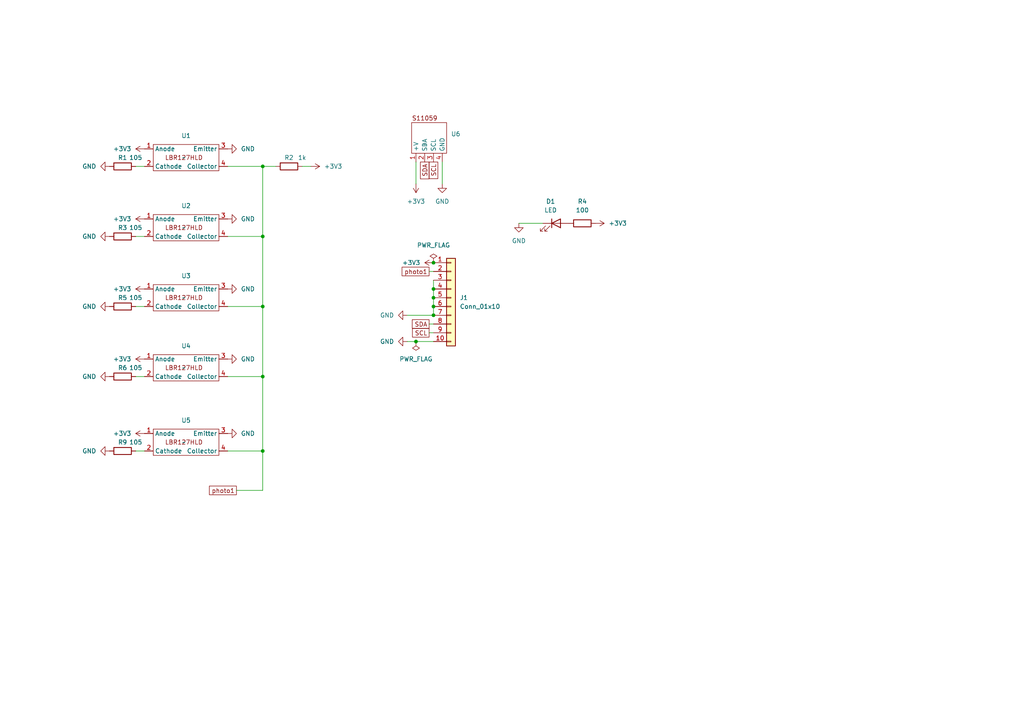
<source format=kicad_sch>
(kicad_sch (version 20230121) (generator eeschema)

  (uuid 543d3245-91c2-446e-ad4e-0da5ad737f87)

  (paper "A4")

  (lib_symbols
    (symbol "Connector_Generic:Conn_01x10" (pin_names (offset 1.016) hide) (in_bom yes) (on_board yes)
      (property "Reference" "J" (at 0 12.7 0)
        (effects (font (size 1.27 1.27)))
      )
      (property "Value" "Conn_01x10" (at 0 -15.24 0)
        (effects (font (size 1.27 1.27)))
      )
      (property "Footprint" "" (at 0 0 0)
        (effects (font (size 1.27 1.27)) hide)
      )
      (property "Datasheet" "~" (at 0 0 0)
        (effects (font (size 1.27 1.27)) hide)
      )
      (property "ki_keywords" "connector" (at 0 0 0)
        (effects (font (size 1.27 1.27)) hide)
      )
      (property "ki_description" "Generic connector, single row, 01x10, script generated (kicad-library-utils/schlib/autogen/connector/)" (at 0 0 0)
        (effects (font (size 1.27 1.27)) hide)
      )
      (property "ki_fp_filters" "Connector*:*_1x??_*" (at 0 0 0)
        (effects (font (size 1.27 1.27)) hide)
      )
      (symbol "Conn_01x10_1_1"
        (rectangle (start -1.27 -12.573) (end 0 -12.827)
          (stroke (width 0.1524) (type default))
          (fill (type none))
        )
        (rectangle (start -1.27 -10.033) (end 0 -10.287)
          (stroke (width 0.1524) (type default))
          (fill (type none))
        )
        (rectangle (start -1.27 -7.493) (end 0 -7.747)
          (stroke (width 0.1524) (type default))
          (fill (type none))
        )
        (rectangle (start -1.27 -4.953) (end 0 -5.207)
          (stroke (width 0.1524) (type default))
          (fill (type none))
        )
        (rectangle (start -1.27 -2.413) (end 0 -2.667)
          (stroke (width 0.1524) (type default))
          (fill (type none))
        )
        (rectangle (start -1.27 0.127) (end 0 -0.127)
          (stroke (width 0.1524) (type default))
          (fill (type none))
        )
        (rectangle (start -1.27 2.667) (end 0 2.413)
          (stroke (width 0.1524) (type default))
          (fill (type none))
        )
        (rectangle (start -1.27 5.207) (end 0 4.953)
          (stroke (width 0.1524) (type default))
          (fill (type none))
        )
        (rectangle (start -1.27 7.747) (end 0 7.493)
          (stroke (width 0.1524) (type default))
          (fill (type none))
        )
        (rectangle (start -1.27 10.287) (end 0 10.033)
          (stroke (width 0.1524) (type default))
          (fill (type none))
        )
        (rectangle (start -1.27 11.43) (end 1.27 -13.97)
          (stroke (width 0.254) (type default))
          (fill (type background))
        )
        (pin passive line (at -5.08 10.16 0) (length 3.81)
          (name "Pin_1" (effects (font (size 1.27 1.27))))
          (number "1" (effects (font (size 1.27 1.27))))
        )
        (pin passive line (at -5.08 -12.7 0) (length 3.81)
          (name "Pin_10" (effects (font (size 1.27 1.27))))
          (number "10" (effects (font (size 1.27 1.27))))
        )
        (pin passive line (at -5.08 7.62 0) (length 3.81)
          (name "Pin_2" (effects (font (size 1.27 1.27))))
          (number "2" (effects (font (size 1.27 1.27))))
        )
        (pin passive line (at -5.08 5.08 0) (length 3.81)
          (name "Pin_3" (effects (font (size 1.27 1.27))))
          (number "3" (effects (font (size 1.27 1.27))))
        )
        (pin passive line (at -5.08 2.54 0) (length 3.81)
          (name "Pin_4" (effects (font (size 1.27 1.27))))
          (number "4" (effects (font (size 1.27 1.27))))
        )
        (pin passive line (at -5.08 0 0) (length 3.81)
          (name "Pin_5" (effects (font (size 1.27 1.27))))
          (number "5" (effects (font (size 1.27 1.27))))
        )
        (pin passive line (at -5.08 -2.54 0) (length 3.81)
          (name "Pin_6" (effects (font (size 1.27 1.27))))
          (number "6" (effects (font (size 1.27 1.27))))
        )
        (pin passive line (at -5.08 -5.08 0) (length 3.81)
          (name "Pin_7" (effects (font (size 1.27 1.27))))
          (number "7" (effects (font (size 1.27 1.27))))
        )
        (pin passive line (at -5.08 -7.62 0) (length 3.81)
          (name "Pin_8" (effects (font (size 1.27 1.27))))
          (number "8" (effects (font (size 1.27 1.27))))
        )
        (pin passive line (at -5.08 -10.16 0) (length 3.81)
          (name "Pin_9" (effects (font (size 1.27 1.27))))
          (number "9" (effects (font (size 1.27 1.27))))
        )
      )
    )
    (symbol "Device:LED" (pin_numbers hide) (pin_names (offset 1.016) hide) (in_bom yes) (on_board yes)
      (property "Reference" "D" (at 0 2.54 0)
        (effects (font (size 1.27 1.27)))
      )
      (property "Value" "LED" (at 0 -2.54 0)
        (effects (font (size 1.27 1.27)))
      )
      (property "Footprint" "" (at 0 0 0)
        (effects (font (size 1.27 1.27)) hide)
      )
      (property "Datasheet" "~" (at 0 0 0)
        (effects (font (size 1.27 1.27)) hide)
      )
      (property "ki_keywords" "LED diode" (at 0 0 0)
        (effects (font (size 1.27 1.27)) hide)
      )
      (property "ki_description" "Light emitting diode" (at 0 0 0)
        (effects (font (size 1.27 1.27)) hide)
      )
      (property "ki_fp_filters" "LED* LED_SMD:* LED_THT:*" (at 0 0 0)
        (effects (font (size 1.27 1.27)) hide)
      )
      (symbol "LED_0_1"
        (polyline
          (pts
            (xy -1.27 -1.27)
            (xy -1.27 1.27)
          )
          (stroke (width 0.254) (type default))
          (fill (type none))
        )
        (polyline
          (pts
            (xy -1.27 0)
            (xy 1.27 0)
          )
          (stroke (width 0) (type default))
          (fill (type none))
        )
        (polyline
          (pts
            (xy 1.27 -1.27)
            (xy 1.27 1.27)
            (xy -1.27 0)
            (xy 1.27 -1.27)
          )
          (stroke (width 0.254) (type default))
          (fill (type none))
        )
        (polyline
          (pts
            (xy -3.048 -0.762)
            (xy -4.572 -2.286)
            (xy -3.81 -2.286)
            (xy -4.572 -2.286)
            (xy -4.572 -1.524)
          )
          (stroke (width 0) (type default))
          (fill (type none))
        )
        (polyline
          (pts
            (xy -1.778 -0.762)
            (xy -3.302 -2.286)
            (xy -2.54 -2.286)
            (xy -3.302 -2.286)
            (xy -3.302 -1.524)
          )
          (stroke (width 0) (type default))
          (fill (type none))
        )
      )
      (symbol "LED_1_1"
        (pin passive line (at -3.81 0 0) (length 2.54)
          (name "K" (effects (font (size 1.27 1.27))))
          (number "1" (effects (font (size 1.27 1.27))))
        )
        (pin passive line (at 3.81 0 180) (length 2.54)
          (name "A" (effects (font (size 1.27 1.27))))
          (number "2" (effects (font (size 1.27 1.27))))
        )
      )
    )
    (symbol "Device:R" (pin_numbers hide) (pin_names (offset 0)) (in_bom yes) (on_board yes)
      (property "Reference" "R" (at 2.032 0 90)
        (effects (font (size 1.27 1.27)))
      )
      (property "Value" "R" (at 0 0 90)
        (effects (font (size 1.27 1.27)))
      )
      (property "Footprint" "" (at -1.778 0 90)
        (effects (font (size 1.27 1.27)) hide)
      )
      (property "Datasheet" "~" (at 0 0 0)
        (effects (font (size 1.27 1.27)) hide)
      )
      (property "ki_keywords" "R res resistor" (at 0 0 0)
        (effects (font (size 1.27 1.27)) hide)
      )
      (property "ki_description" "Resistor" (at 0 0 0)
        (effects (font (size 1.27 1.27)) hide)
      )
      (property "ki_fp_filters" "R_*" (at 0 0 0)
        (effects (font (size 1.27 1.27)) hide)
      )
      (symbol "R_0_1"
        (rectangle (start -1.016 -2.54) (end 1.016 2.54)
          (stroke (width 0.254) (type default))
          (fill (type none))
        )
      )
      (symbol "R_1_1"
        (pin passive line (at 0 3.81 270) (length 1.27)
          (name "~" (effects (font (size 1.27 1.27))))
          (number "1" (effects (font (size 1.27 1.27))))
        )
        (pin passive line (at 0 -3.81 90) (length 1.27)
          (name "~" (effects (font (size 1.27 1.27))))
          (number "2" (effects (font (size 1.27 1.27))))
        )
      )
    )
    (symbol "S11059:S11059" (in_bom yes) (on_board yes)
      (property "Reference" "U" (at -2.54 10.16 0)
        (effects (font (size 1.27 1.27)))
      )
      (property "Value" "" (at 0 0 0)
        (effects (font (size 1.27 1.27)))
      )
      (property "Footprint" "" (at 0 0 0)
        (effects (font (size 1.27 1.27)) hide)
      )
      (property "Datasheet" "" (at 0 0 0)
        (effects (font (size 1.27 1.27)) hide)
      )
      (symbol "S11059_0_1"
        (rectangle (start -3.81 6.35) (end 6.35 -2.54)
          (stroke (width 0) (type default))
          (fill (type none))
        )
      )
      (symbol "S11059_1_1"
        (text "S11059" (at 0 7.62 0)
          (effects (font (size 1.27 1.27)))
        )
        (pin passive line (at -2.54 -5.08 90) (length 2.54)
          (name "+V" (effects (font (size 1.27 1.27))))
          (number "1" (effects (font (size 1.27 1.27))))
        )
        (pin passive line (at 0 -5.08 90) (length 2.54)
          (name "SDA" (effects (font (size 1.27 1.27))))
          (number "2" (effects (font (size 1.27 1.27))))
        )
        (pin passive line (at 2.54 -5.08 90) (length 2.54)
          (name "SCL" (effects (font (size 1.27 1.27))))
          (number "3" (effects (font (size 1.27 1.27))))
        )
        (pin passive line (at 5.08 -5.08 90) (length 2.54)
          (name "GND" (effects (font (size 1.27 1.27))))
          (number "4" (effects (font (size 1.27 1.27))))
        )
      )
    )
    (symbol "akiduki:LBR127HLD" (in_bom yes) (on_board yes)
      (property "Reference" "U" (at 1.27 -5.08 0)
        (effects (font (size 1.27 1.27)))
      )
      (property "Value" "" (at 0 0 0)
        (effects (font (size 1.27 1.27)))
      )
      (property "Footprint" "" (at 0 0 0)
        (effects (font (size 1.27 1.27)) hide)
      )
      (property "Datasheet" "" (at 0 0 0)
        (effects (font (size 1.27 1.27)) hide)
      )
      (symbol "LBR127HLD_0_1"
        (rectangle (start -8.89 3.81) (end 10.16 -3.81)
          (stroke (width 0) (type default))
          (fill (type none))
        )
      )
      (symbol "LBR127HLD_1_1"
        (text "LBR127HLD" (at 0 0 0)
          (effects (font (size 1.27 1.27)))
        )
        (pin passive line (at -11.43 2.54 0) (length 2.54)
          (name "Anode" (effects (font (size 1.27 1.27))))
          (number "1" (effects (font (size 1.27 1.27))))
        )
        (pin passive line (at -11.43 -2.54 0) (length 2.54)
          (name "Cathode" (effects (font (size 1.27 1.27))))
          (number "2" (effects (font (size 1.27 1.27))))
        )
        (pin passive line (at 12.7 2.54 180) (length 2.54)
          (name "Emitter" (effects (font (size 1.27 1.27))))
          (number "3" (effects (font (size 1.27 1.27))))
        )
        (pin passive line (at 12.7 -2.54 180) (length 2.54)
          (name "Collector" (effects (font (size 1.27 1.27))))
          (number "4" (effects (font (size 1.27 1.27))))
        )
      )
    )
    (symbol "power:+3V3" (power) (pin_names (offset 0)) (in_bom yes) (on_board yes)
      (property "Reference" "#PWR" (at 0 -3.81 0)
        (effects (font (size 1.27 1.27)) hide)
      )
      (property "Value" "+3V3" (at 0 3.556 0)
        (effects (font (size 1.27 1.27)))
      )
      (property "Footprint" "" (at 0 0 0)
        (effects (font (size 1.27 1.27)) hide)
      )
      (property "Datasheet" "" (at 0 0 0)
        (effects (font (size 1.27 1.27)) hide)
      )
      (property "ki_keywords" "global power" (at 0 0 0)
        (effects (font (size 1.27 1.27)) hide)
      )
      (property "ki_description" "Power symbol creates a global label with name \"+3V3\"" (at 0 0 0)
        (effects (font (size 1.27 1.27)) hide)
      )
      (symbol "+3V3_0_1"
        (polyline
          (pts
            (xy -0.762 1.27)
            (xy 0 2.54)
          )
          (stroke (width 0) (type default))
          (fill (type none))
        )
        (polyline
          (pts
            (xy 0 0)
            (xy 0 2.54)
          )
          (stroke (width 0) (type default))
          (fill (type none))
        )
        (polyline
          (pts
            (xy 0 2.54)
            (xy 0.762 1.27)
          )
          (stroke (width 0) (type default))
          (fill (type none))
        )
      )
      (symbol "+3V3_1_1"
        (pin power_in line (at 0 0 90) (length 0) hide
          (name "+3V3" (effects (font (size 1.27 1.27))))
          (number "1" (effects (font (size 1.27 1.27))))
        )
      )
    )
    (symbol "power:GND" (power) (pin_names (offset 0)) (in_bom yes) (on_board yes)
      (property "Reference" "#PWR" (at 0 -6.35 0)
        (effects (font (size 1.27 1.27)) hide)
      )
      (property "Value" "GND" (at 0 -3.81 0)
        (effects (font (size 1.27 1.27)))
      )
      (property "Footprint" "" (at 0 0 0)
        (effects (font (size 1.27 1.27)) hide)
      )
      (property "Datasheet" "" (at 0 0 0)
        (effects (font (size 1.27 1.27)) hide)
      )
      (property "ki_keywords" "global power" (at 0 0 0)
        (effects (font (size 1.27 1.27)) hide)
      )
      (property "ki_description" "Power symbol creates a global label with name \"GND\" , ground" (at 0 0 0)
        (effects (font (size 1.27 1.27)) hide)
      )
      (symbol "GND_0_1"
        (polyline
          (pts
            (xy 0 0)
            (xy 0 -1.27)
            (xy 1.27 -1.27)
            (xy 0 -2.54)
            (xy -1.27 -1.27)
            (xy 0 -1.27)
          )
          (stroke (width 0) (type default))
          (fill (type none))
        )
      )
      (symbol "GND_1_1"
        (pin power_in line (at 0 0 270) (length 0) hide
          (name "GND" (effects (font (size 1.27 1.27))))
          (number "1" (effects (font (size 1.27 1.27))))
        )
      )
    )
    (symbol "power:PWR_FLAG" (power) (pin_numbers hide) (pin_names (offset 0) hide) (in_bom yes) (on_board yes)
      (property "Reference" "#FLG" (at 0 1.905 0)
        (effects (font (size 1.27 1.27)) hide)
      )
      (property "Value" "PWR_FLAG" (at 0 3.81 0)
        (effects (font (size 1.27 1.27)))
      )
      (property "Footprint" "" (at 0 0 0)
        (effects (font (size 1.27 1.27)) hide)
      )
      (property "Datasheet" "~" (at 0 0 0)
        (effects (font (size 1.27 1.27)) hide)
      )
      (property "ki_keywords" "flag power" (at 0 0 0)
        (effects (font (size 1.27 1.27)) hide)
      )
      (property "ki_description" "Special symbol for telling ERC where power comes from" (at 0 0 0)
        (effects (font (size 1.27 1.27)) hide)
      )
      (symbol "PWR_FLAG_0_0"
        (pin power_out line (at 0 0 90) (length 0)
          (name "pwr" (effects (font (size 1.27 1.27))))
          (number "1" (effects (font (size 1.27 1.27))))
        )
      )
      (symbol "PWR_FLAG_0_1"
        (polyline
          (pts
            (xy 0 0)
            (xy 0 1.27)
            (xy -1.016 1.905)
            (xy 0 2.54)
            (xy 1.016 1.905)
            (xy 0 1.27)
          )
          (stroke (width 0) (type default))
          (fill (type none))
        )
      )
    )
  )

  (junction (at 125.73 86.36) (diameter 0) (color 0 0 0 0)
    (uuid 068e034a-99eb-4a56-b1b7-d880f23c4c8f)
  )
  (junction (at 76.2 88.9) (diameter 0) (color 0 0 0 0)
    (uuid 4a102d7e-f997-404c-9529-b82eaec21b5b)
  )
  (junction (at 76.2 48.26) (diameter 0) (color 0 0 0 0)
    (uuid 4dfc20a5-c31a-408b-8409-e3de3ff0cae3)
  )
  (junction (at 125.73 88.9) (diameter 0) (color 0 0 0 0)
    (uuid 74ea73e8-41b5-425d-8fe3-ae21e0fd1860)
  )
  (junction (at 125.73 91.44) (diameter 0) (color 0 0 0 0)
    (uuid 99217986-3368-4fc2-8cbe-278d054cd660)
  )
  (junction (at 125.73 76.2) (diameter 0) (color 0 0 0 0)
    (uuid 9d5d3259-7a8a-4f5d-9d83-1804b8ebca5e)
  )
  (junction (at 120.65 99.06) (diameter 0) (color 0 0 0 0)
    (uuid 9f72fbc0-91b4-4d42-ada4-51c99065074c)
  )
  (junction (at 76.2 109.22) (diameter 0) (color 0 0 0 0)
    (uuid acfa367c-82cf-458f-87fb-5a33328089cf)
  )
  (junction (at 76.2 130.81) (diameter 0) (color 0 0 0 0)
    (uuid c713da5f-cf6f-465b-88b7-e61243a989cd)
  )
  (junction (at 125.73 83.82) (diameter 0) (color 0 0 0 0)
    (uuid f5aa6cdc-aeb9-4d0f-b84a-e22b6dadd3d6)
  )
  (junction (at 76.2 68.58) (diameter 0) (color 0 0 0 0)
    (uuid ffc6363a-c456-4672-8bf1-fa8868e27853)
  )

  (wire (pts (xy 76.2 48.26) (xy 80.01 48.26))
    (stroke (width 0) (type default))
    (uuid 07323b8c-5e8f-4bac-bd0d-36c8fb62dd4a)
  )
  (wire (pts (xy 66.04 130.81) (xy 76.2 130.81))
    (stroke (width 0) (type default))
    (uuid 0b21e10f-3e77-40c3-bfb7-640077fcfb70)
  )
  (wire (pts (xy 76.2 130.81) (xy 76.2 109.22))
    (stroke (width 0) (type default))
    (uuid 182b8854-bf14-44be-8bfc-040a11348912)
  )
  (wire (pts (xy 125.73 86.36) (xy 125.73 88.9))
    (stroke (width 0) (type default))
    (uuid 34d8febc-4aee-4f5d-8c8a-44dc3d374de8)
  )
  (wire (pts (xy 120.65 46.99) (xy 120.65 53.34))
    (stroke (width 0) (type default))
    (uuid 38c535c4-b09d-4a74-b773-944e7e4e4cb0)
  )
  (wire (pts (xy 39.37 88.9) (xy 41.91 88.9))
    (stroke (width 0) (type default))
    (uuid 38d1f2a6-1544-4733-a762-d7e9a08c7f05)
  )
  (wire (pts (xy 76.2 142.24) (xy 76.2 130.81))
    (stroke (width 0) (type default))
    (uuid 41a10117-628f-4615-a6e6-ee82ae297a6e)
  )
  (wire (pts (xy 118.11 91.44) (xy 125.73 91.44))
    (stroke (width 0) (type default))
    (uuid 4acc246a-c719-4768-b906-fd35f2931eb6)
  )
  (wire (pts (xy 87.63 48.26) (xy 90.17 48.26))
    (stroke (width 0) (type default))
    (uuid 563a69eb-73ef-41ed-9e54-5a094ecfd873)
  )
  (wire (pts (xy 124.46 96.52) (xy 125.73 96.52))
    (stroke (width 0) (type default))
    (uuid 5a9dc8b2-a9c5-4785-a076-5c3574c9d9d0)
  )
  (wire (pts (xy 76.2 109.22) (xy 76.2 88.9))
    (stroke (width 0) (type default))
    (uuid 5e454f2d-4a31-474f-8409-0772268f5410)
  )
  (wire (pts (xy 39.37 130.81) (xy 41.91 130.81))
    (stroke (width 0) (type default))
    (uuid 6cc644e4-fa9e-487c-8a89-791d9ce8dc3e)
  )
  (wire (pts (xy 66.04 109.22) (xy 76.2 109.22))
    (stroke (width 0) (type default))
    (uuid 75f1cc34-e80b-4cba-8aea-33d26854f602)
  )
  (wire (pts (xy 39.37 48.26) (xy 41.91 48.26))
    (stroke (width 0) (type default))
    (uuid 81b7fb35-1ff6-439b-a597-97d181417d75)
  )
  (wire (pts (xy 118.11 99.06) (xy 120.65 99.06))
    (stroke (width 0) (type default))
    (uuid 8440d9ad-65b2-4fba-b15f-bf12462e5573)
  )
  (wire (pts (xy 150.495 64.77) (xy 157.48 64.77))
    (stroke (width 0) (type default))
    (uuid 8943e965-e002-4270-941b-30a98ac1dc6e)
  )
  (wire (pts (xy 128.27 46.99) (xy 128.27 53.34))
    (stroke (width 0) (type default))
    (uuid 9087915b-171f-43c7-a407-1033292b8ff1)
  )
  (wire (pts (xy 76.2 88.9) (xy 76.2 68.58))
    (stroke (width 0) (type default))
    (uuid 9e62b7ce-7b32-4465-83d1-bc2861a87b65)
  )
  (wire (pts (xy 124.46 93.98) (xy 125.73 93.98))
    (stroke (width 0) (type default))
    (uuid a7e641a4-6572-4d17-976e-801c3a5892d9)
  )
  (wire (pts (xy 66.04 68.58) (xy 76.2 68.58))
    (stroke (width 0) (type default))
    (uuid b5bc1419-b976-42f7-9197-7a80bbae96df)
  )
  (wire (pts (xy 66.04 88.9) (xy 76.2 88.9))
    (stroke (width 0) (type default))
    (uuid c67311f4-e1a9-441b-8a31-e84b7122281f)
  )
  (wire (pts (xy 125.73 83.82) (xy 125.73 86.36))
    (stroke (width 0) (type default))
    (uuid cc4f43cc-50e1-4a38-a2a2-586ccc58db8e)
  )
  (wire (pts (xy 120.65 99.06) (xy 125.73 99.06))
    (stroke (width 0) (type default))
    (uuid d1325c25-0fcb-4662-bffc-219ce1a7c856)
  )
  (wire (pts (xy 66.04 48.26) (xy 76.2 48.26))
    (stroke (width 0) (type default))
    (uuid dcf38adf-608d-406d-85fe-d1cc3d8df693)
  )
  (wire (pts (xy 39.37 68.58) (xy 41.91 68.58))
    (stroke (width 0) (type default))
    (uuid e20e0e39-9f18-49d8-9a2a-13ce2f8f38a0)
  )
  (wire (pts (xy 39.37 109.22) (xy 41.91 109.22))
    (stroke (width 0) (type default))
    (uuid e956c34a-f8ed-47b3-9808-76b895e74ee6)
  )
  (wire (pts (xy 76.2 68.58) (xy 76.2 48.26))
    (stroke (width 0) (type default))
    (uuid f0ab9c1d-a441-4ed6-904d-f2f6221bc656)
  )
  (wire (pts (xy 125.73 81.28) (xy 125.73 83.82))
    (stroke (width 0) (type default))
    (uuid f0d368aa-abea-46b6-8d75-5e56483070b2)
  )
  (wire (pts (xy 125.73 88.9) (xy 125.73 91.44))
    (stroke (width 0) (type default))
    (uuid f237a116-31c5-4c6b-9a6e-4728eab5ad4b)
  )
  (wire (pts (xy 68.58 142.24) (xy 76.2 142.24))
    (stroke (width 0) (type default))
    (uuid f270e28b-d029-4db6-af39-f1ff75a662f0)
  )
  (wire (pts (xy 124.46 78.74) (xy 125.73 78.74))
    (stroke (width 0) (type default))
    (uuid fd2186bf-e1a5-487c-a3c9-a93b45d9f9c4)
  )

  (global_label "SDA" (shape passive) (at 124.46 93.98 180) (fields_autoplaced)
    (effects (font (size 1.27 1.27)) (justify right))
    (uuid 130591f8-29d7-4c6a-a99b-8678e3db270d)
    (property "Intersheetrefs" "${INTERSHEET_REFS}" (at 119.018 93.98 0)
      (effects (font (size 1.27 1.27)) (justify right) hide)
    )
  )
  (global_label "photo1" (shape passive) (at 68.58 142.24 180) (fields_autoplaced)
    (effects (font (size 1.27 1.27)) (justify right))
    (uuid 2151764f-e276-4423-9052-7535a417b846)
    (property "Intersheetrefs" "${INTERSHEET_REFS}" (at 60.1749 142.24 0)
      (effects (font (size 1.27 1.27)) (justify right) hide)
    )
  )
  (global_label "photo1" (shape passive) (at 124.46 78.74 180) (fields_autoplaced)
    (effects (font (size 1.27 1.27)) (justify right))
    (uuid 254cb8ae-9dfe-4ead-869d-6c0181c730d6)
    (property "Intersheetrefs" "${INTERSHEET_REFS}" (at 116.0549 78.74 0)
      (effects (font (size 1.27 1.27)) (justify right) hide)
    )
  )
  (global_label "SCL" (shape passive) (at 125.73 46.99 270) (fields_autoplaced)
    (effects (font (size 1.27 1.27)) (justify right))
    (uuid 4ff0a4b1-e0e9-4343-8057-c184df615273)
    (property "Intersheetrefs" "${INTERSHEET_REFS}" (at 125.73 52.3715 90)
      (effects (font (size 1.27 1.27)) (justify right) hide)
    )
  )
  (global_label "SDA" (shape passive) (at 123.19 46.99 270) (fields_autoplaced)
    (effects (font (size 1.27 1.27)) (justify right))
    (uuid 72c8c26b-deff-4052-aa87-35304141b4b8)
    (property "Intersheetrefs" "${INTERSHEET_REFS}" (at 123.19 52.432 90)
      (effects (font (size 1.27 1.27)) (justify right) hide)
    )
  )
  (global_label "SCL" (shape passive) (at 124.46 96.52 180) (fields_autoplaced)
    (effects (font (size 1.27 1.27)) (justify right))
    (uuid 82533c2e-c52d-4dc4-9abf-c23d8d413807)
    (property "Intersheetrefs" "${INTERSHEET_REFS}" (at 119.0785 96.52 0)
      (effects (font (size 1.27 1.27)) (justify right) hide)
    )
  )

  (symbol (lib_id "power:+3V3") (at 41.91 125.73 90) (unit 1)
    (in_bom yes) (on_board yes) (dnp no) (fields_autoplaced)
    (uuid 0545562a-c5b4-4d55-b1c8-bd8e8bc29131)
    (property "Reference" "#PWR018" (at 45.72 125.73 0)
      (effects (font (size 1.27 1.27)) hide)
    )
    (property "Value" "+3V3" (at 38.1 125.73 90)
      (effects (font (size 1.27 1.27)) (justify left))
    )
    (property "Footprint" "" (at 41.91 125.73 0)
      (effects (font (size 1.27 1.27)) hide)
    )
    (property "Datasheet" "" (at 41.91 125.73 0)
      (effects (font (size 1.27 1.27)) hide)
    )
    (pin "1" (uuid ee13efc2-5647-4b81-bf1d-acc29e7c00bc))
    (instances
      (project "03-front"
        (path "/543d3245-91c2-446e-ad4e-0da5ad737f87"
          (reference "#PWR018") (unit 1)
        )
      )
    )
  )

  (symbol (lib_id "akiduki:LBR127HLD") (at 53.34 45.72 0) (unit 1)
    (in_bom yes) (on_board yes) (dnp no) (fields_autoplaced)
    (uuid 0656ed3e-3aed-4750-856e-e4d82e629677)
    (property "Reference" "U1" (at 53.975 39.37 0)
      (effects (font (size 1.27 1.27)))
    )
    (property "Value" "~" (at 53.34 45.72 0)
      (effects (font (size 1.27 1.27)))
    )
    (property "Footprint" "Akiduki:LBR127HLD" (at 53.34 45.72 0)
      (effects (font (size 1.27 1.27)) hide)
    )
    (property "Datasheet" "" (at 53.34 45.72 0)
      (effects (font (size 1.27 1.27)) hide)
    )
    (property "LCSC" "" (at 53.34 45.72 0)
      (effects (font (size 1.27 1.27)) hide)
    )
    (pin "2" (uuid 445fcd21-b5d0-4c5f-8b14-8e06868dfc9d))
    (pin "1" (uuid 39f4978e-5d37-4dfc-9454-56678a818ad8))
    (pin "3" (uuid 57ce8687-45b3-4e10-b968-fc20dc8d6348))
    (pin "4" (uuid 2c0239c6-927d-47a0-bd3e-65dfa55734c3))
    (instances
      (project "03-front"
        (path "/543d3245-91c2-446e-ad4e-0da5ad737f87"
          (reference "U1") (unit 1)
        )
      )
    )
  )

  (symbol (lib_id "power:PWR_FLAG") (at 120.65 99.06 180) (unit 1)
    (in_bom yes) (on_board yes) (dnp no) (fields_autoplaced)
    (uuid 078f22a7-3995-4bf4-ae3b-feac7148f5a3)
    (property "Reference" "#FLG02" (at 120.65 100.965 0)
      (effects (font (size 1.27 1.27)) hide)
    )
    (property "Value" "PWR_FLAG" (at 120.65 104.14 0)
      (effects (font (size 1.27 1.27)))
    )
    (property "Footprint" "" (at 120.65 99.06 0)
      (effects (font (size 1.27 1.27)) hide)
    )
    (property "Datasheet" "~" (at 120.65 99.06 0)
      (effects (font (size 1.27 1.27)) hide)
    )
    (pin "1" (uuid 8e3635df-9367-4939-92f0-463326c820ad))
    (instances
      (project "03-front"
        (path "/543d3245-91c2-446e-ad4e-0da5ad737f87"
          (reference "#FLG02") (unit 1)
        )
      )
    )
  )

  (symbol (lib_id "power:PWR_FLAG") (at 125.73 76.2 0) (unit 1)
    (in_bom yes) (on_board yes) (dnp no) (fields_autoplaced)
    (uuid 0b21f785-ce6d-4825-a3b6-4720414c88e0)
    (property "Reference" "#FLG01" (at 125.73 74.295 0)
      (effects (font (size 1.27 1.27)) hide)
    )
    (property "Value" "PWR_FLAG" (at 125.73 71.12 0)
      (effects (font (size 1.27 1.27)))
    )
    (property "Footprint" "" (at 125.73 76.2 0)
      (effects (font (size 1.27 1.27)) hide)
    )
    (property "Datasheet" "~" (at 125.73 76.2 0)
      (effects (font (size 1.27 1.27)) hide)
    )
    (pin "1" (uuid 8e3635df-9367-4939-92f0-463326c820ae))
    (instances
      (project "03-front"
        (path "/543d3245-91c2-446e-ad4e-0da5ad737f87"
          (reference "#FLG01") (unit 1)
        )
      )
    )
  )

  (symbol (lib_id "Device:R") (at 83.82 48.26 270) (unit 1)
    (in_bom yes) (on_board yes) (dnp no)
    (uuid 164be636-4cde-42ec-a8b2-78aa2ef19c73)
    (property "Reference" "R2" (at 83.82 45.72 90)
      (effects (font (size 1.27 1.27)))
    )
    (property "Value" "1k" (at 87.63 45.72 90)
      (effects (font (size 1.27 1.27)))
    )
    (property "Footprint" "Resistor_SMD:R_1206_3216Metric" (at 83.82 46.482 90)
      (effects (font (size 1.27 1.27)) hide)
    )
    (property "Datasheet" "~" (at 83.82 48.26 0)
      (effects (font (size 1.27 1.27)) hide)
    )
    (property "LCSC" "C138242" (at 83.82 48.26 0)
      (effects (font (size 1.27 1.27)) hide)
    )
    (pin "2" (uuid 195e0b56-c8b5-4656-b0fa-563dc8e31c4e))
    (pin "1" (uuid dd92b34a-8796-4bd9-a397-1ae30c0cc2b3))
    (instances
      (project "03-front"
        (path "/543d3245-91c2-446e-ad4e-0da5ad737f87"
          (reference "R2") (unit 1)
        )
      )
    )
  )

  (symbol (lib_id "power:GND") (at 31.75 109.22 270) (unit 1)
    (in_bom yes) (on_board yes) (dnp no) (fields_autoplaced)
    (uuid 1771ae63-5671-4f1d-be48-5294fa6b9438)
    (property "Reference" "#PWR010" (at 25.4 109.22 0)
      (effects (font (size 1.27 1.27)) hide)
    )
    (property "Value" "GND" (at 27.94 109.22 90)
      (effects (font (size 1.27 1.27)) (justify right))
    )
    (property "Footprint" "" (at 31.75 109.22 0)
      (effects (font (size 1.27 1.27)) hide)
    )
    (property "Datasheet" "" (at 31.75 109.22 0)
      (effects (font (size 1.27 1.27)) hide)
    )
    (pin "1" (uuid 46eedc7b-a1cd-4949-b5c9-4d036268ce6d))
    (instances
      (project "03-front"
        (path "/543d3245-91c2-446e-ad4e-0da5ad737f87"
          (reference "#PWR010") (unit 1)
        )
      )
    )
  )

  (symbol (lib_id "power:GND") (at 128.27 53.34 0) (unit 1)
    (in_bom yes) (on_board yes) (dnp no) (fields_autoplaced)
    (uuid 1ae4856b-370f-4c97-ba43-d13f79c3d783)
    (property "Reference" "#PWR021" (at 128.27 59.69 0)
      (effects (font (size 1.27 1.27)) hide)
    )
    (property "Value" "GND" (at 128.27 58.42 0)
      (effects (font (size 1.27 1.27)))
    )
    (property "Footprint" "" (at 128.27 53.34 0)
      (effects (font (size 1.27 1.27)) hide)
    )
    (property "Datasheet" "" (at 128.27 53.34 0)
      (effects (font (size 1.27 1.27)) hide)
    )
    (pin "1" (uuid b49c8b5b-290b-4d53-a88f-754e12e5467c))
    (instances
      (project "03-front"
        (path "/543d3245-91c2-446e-ad4e-0da5ad737f87"
          (reference "#PWR021") (unit 1)
        )
      )
    )
  )

  (symbol (lib_id "power:+3V3") (at 41.91 104.14 90) (unit 1)
    (in_bom yes) (on_board yes) (dnp no) (fields_autoplaced)
    (uuid 1b2ecbf5-aa7f-46bd-b056-7fe85c625d6f)
    (property "Reference" "#PWR012" (at 45.72 104.14 0)
      (effects (font (size 1.27 1.27)) hide)
    )
    (property "Value" "+3V3" (at 38.1 104.14 90)
      (effects (font (size 1.27 1.27)) (justify left))
    )
    (property "Footprint" "" (at 41.91 104.14 0)
      (effects (font (size 1.27 1.27)) hide)
    )
    (property "Datasheet" "" (at 41.91 104.14 0)
      (effects (font (size 1.27 1.27)) hide)
    )
    (pin "1" (uuid b8bdaf42-172d-4a76-a099-9048e877d172))
    (instances
      (project "03-front"
        (path "/543d3245-91c2-446e-ad4e-0da5ad737f87"
          (reference "#PWR012") (unit 1)
        )
      )
    )
  )

  (symbol (lib_id "power:GND") (at 66.04 83.82 90) (unit 1)
    (in_bom yes) (on_board yes) (dnp no) (fields_autoplaced)
    (uuid 1bb4c7da-3704-4487-beca-f4d6ad538eb2)
    (property "Reference" "#PWR013" (at 72.39 83.82 0)
      (effects (font (size 1.27 1.27)) hide)
    )
    (property "Value" "GND" (at 69.85 83.82 90)
      (effects (font (size 1.27 1.27)) (justify right))
    )
    (property "Footprint" "" (at 66.04 83.82 0)
      (effects (font (size 1.27 1.27)) hide)
    )
    (property "Datasheet" "" (at 66.04 83.82 0)
      (effects (font (size 1.27 1.27)) hide)
    )
    (pin "1" (uuid 96ff810c-723a-4e9d-9821-1b2e6aab09c5))
    (instances
      (project "03-front"
        (path "/543d3245-91c2-446e-ad4e-0da5ad737f87"
          (reference "#PWR013") (unit 1)
        )
      )
    )
  )

  (symbol (lib_id "power:GND") (at 66.04 43.18 90) (unit 1)
    (in_bom yes) (on_board yes) (dnp no) (fields_autoplaced)
    (uuid 23b6bd40-46eb-468f-a5de-f22093a410c8)
    (property "Reference" "#PWR03" (at 72.39 43.18 0)
      (effects (font (size 1.27 1.27)) hide)
    )
    (property "Value" "GND" (at 69.85 43.18 90)
      (effects (font (size 1.27 1.27)) (justify right))
    )
    (property "Footprint" "" (at 66.04 43.18 0)
      (effects (font (size 1.27 1.27)) hide)
    )
    (property "Datasheet" "" (at 66.04 43.18 0)
      (effects (font (size 1.27 1.27)) hide)
    )
    (pin "1" (uuid 763593c4-ec2d-4007-aac3-4abdef4b62e9))
    (instances
      (project "03-front"
        (path "/543d3245-91c2-446e-ad4e-0da5ad737f87"
          (reference "#PWR03") (unit 1)
        )
      )
    )
  )

  (symbol (lib_id "Device:R") (at 35.56 48.26 270) (unit 1)
    (in_bom yes) (on_board yes) (dnp no)
    (uuid 23bb7c73-c442-4048-a865-98781a7652e0)
    (property "Reference" "R1" (at 35.56 45.72 90)
      (effects (font (size 1.27 1.27)))
    )
    (property "Value" "105" (at 39.37 45.72 90)
      (effects (font (size 1.27 1.27)))
    )
    (property "Footprint" "Resistor_SMD:R_0603_1608Metric" (at 35.56 46.482 90)
      (effects (font (size 1.27 1.27)) hide)
    )
    (property "Datasheet" "~" (at 35.56 48.26 0)
      (effects (font (size 1.27 1.27)) hide)
    )
    (property "LCSC" "C128061" (at 35.56 48.26 0)
      (effects (font (size 1.27 1.27)) hide)
    )
    (pin "2" (uuid 61f35dd7-fde3-41df-afba-ed18f7c49eb2))
    (pin "1" (uuid 84f64a5d-9f98-48ec-bbb3-c82ad277fdb3))
    (instances
      (project "03-front"
        (path "/543d3245-91c2-446e-ad4e-0da5ad737f87"
          (reference "R1") (unit 1)
        )
      )
    )
  )

  (symbol (lib_id "power:GND") (at 31.75 130.81 270) (unit 1)
    (in_bom yes) (on_board yes) (dnp no) (fields_autoplaced)
    (uuid 2698c429-3951-46c8-87ba-06ad1ce0c6d4)
    (property "Reference" "#PWR017" (at 25.4 130.81 0)
      (effects (font (size 1.27 1.27)) hide)
    )
    (property "Value" "GND" (at 27.94 130.81 90)
      (effects (font (size 1.27 1.27)) (justify right))
    )
    (property "Footprint" "" (at 31.75 130.81 0)
      (effects (font (size 1.27 1.27)) hide)
    )
    (property "Datasheet" "" (at 31.75 130.81 0)
      (effects (font (size 1.27 1.27)) hide)
    )
    (pin "1" (uuid 49cb8708-b006-42f2-a0a8-05683bff4945))
    (instances
      (project "03-front"
        (path "/543d3245-91c2-446e-ad4e-0da5ad737f87"
          (reference "#PWR017") (unit 1)
        )
      )
    )
  )

  (symbol (lib_id "power:GND") (at 118.11 91.44 270) (unit 1)
    (in_bom yes) (on_board yes) (dnp no) (fields_autoplaced)
    (uuid 2da21f7e-f65f-4ca1-9f18-227a589d342b)
    (property "Reference" "#PWR024" (at 111.76 91.44 0)
      (effects (font (size 1.27 1.27)) hide)
    )
    (property "Value" "GND" (at 114.3 91.44 90)
      (effects (font (size 1.27 1.27)) (justify right))
    )
    (property "Footprint" "" (at 118.11 91.44 0)
      (effects (font (size 1.27 1.27)) hide)
    )
    (property "Datasheet" "" (at 118.11 91.44 0)
      (effects (font (size 1.27 1.27)) hide)
    )
    (pin "1" (uuid dfe056af-e2b8-4b9e-b3da-b43e2773c42e))
    (instances
      (project "03-front"
        (path "/543d3245-91c2-446e-ad4e-0da5ad737f87"
          (reference "#PWR024") (unit 1)
        )
      )
    )
  )

  (symbol (lib_id "akiduki:LBR127HLD") (at 53.34 128.27 0) (unit 1)
    (in_bom yes) (on_board yes) (dnp no) (fields_autoplaced)
    (uuid 3698e6bb-a070-4741-af00-6f9d7e501abf)
    (property "Reference" "U5" (at 53.975 121.92 0)
      (effects (font (size 1.27 1.27)))
    )
    (property "Value" "~" (at 53.34 128.27 0)
      (effects (font (size 1.27 1.27)))
    )
    (property "Footprint" "Akiduki:LBR127HLD" (at 53.34 128.27 0)
      (effects (font (size 1.27 1.27)) hide)
    )
    (property "Datasheet" "" (at 53.34 128.27 0)
      (effects (font (size 1.27 1.27)) hide)
    )
    (property "LCSC" "" (at 53.34 128.27 0)
      (effects (font (size 1.27 1.27)) hide)
    )
    (pin "2" (uuid 0a915bf0-1f7a-45de-a307-9e7328c895ec))
    (pin "1" (uuid 559733d6-17f1-434b-90f0-2fe9d31988b1))
    (pin "3" (uuid 902a3ad6-c912-4f98-9b40-caef8e65b099))
    (pin "4" (uuid 738c9bb4-c357-4aa9-9998-aecd0ea72799))
    (instances
      (project "03-front"
        (path "/543d3245-91c2-446e-ad4e-0da5ad737f87"
          (reference "U5") (unit 1)
        )
      )
    )
  )

  (symbol (lib_id "power:GND") (at 66.04 63.5 90) (unit 1)
    (in_bom yes) (on_board yes) (dnp no) (fields_autoplaced)
    (uuid 3e53b1c7-33b6-4d44-b7d6-69249ff21c66)
    (property "Reference" "#PWR07" (at 72.39 63.5 0)
      (effects (font (size 1.27 1.27)) hide)
    )
    (property "Value" "GND" (at 69.85 63.5 90)
      (effects (font (size 1.27 1.27)) (justify right))
    )
    (property "Footprint" "" (at 66.04 63.5 0)
      (effects (font (size 1.27 1.27)) hide)
    )
    (property "Datasheet" "" (at 66.04 63.5 0)
      (effects (font (size 1.27 1.27)) hide)
    )
    (pin "1" (uuid 2416c934-03ca-4b7a-a7a9-f66a1f5c7653))
    (instances
      (project "03-front"
        (path "/543d3245-91c2-446e-ad4e-0da5ad737f87"
          (reference "#PWR07") (unit 1)
        )
      )
    )
  )

  (symbol (lib_id "power:+3V3") (at 125.73 76.2 90) (unit 1)
    (in_bom yes) (on_board yes) (dnp no) (fields_autoplaced)
    (uuid 3ffb367e-0f89-446e-86c2-2d07cc40da47)
    (property "Reference" "#PWR025" (at 129.54 76.2 0)
      (effects (font (size 1.27 1.27)) hide)
    )
    (property "Value" "+3V3" (at 121.92 76.2 90)
      (effects (font (size 1.27 1.27)) (justify left))
    )
    (property "Footprint" "" (at 125.73 76.2 0)
      (effects (font (size 1.27 1.27)) hide)
    )
    (property "Datasheet" "" (at 125.73 76.2 0)
      (effects (font (size 1.27 1.27)) hide)
    )
    (pin "1" (uuid 26203a06-95c0-4a2b-b64d-be654a276dd5))
    (instances
      (project "03-front"
        (path "/543d3245-91c2-446e-ad4e-0da5ad737f87"
          (reference "#PWR025") (unit 1)
        )
      )
    )
  )

  (symbol (lib_id "power:GND") (at 150.495 64.77 0) (unit 1)
    (in_bom yes) (on_board yes) (dnp no) (fields_autoplaced)
    (uuid 42a37837-356f-4001-9c6f-57f3701c7f17)
    (property "Reference" "#PWR08" (at 150.495 71.12 0)
      (effects (font (size 1.27 1.27)) hide)
    )
    (property "Value" "GND" (at 150.495 69.85 0)
      (effects (font (size 1.27 1.27)))
    )
    (property "Footprint" "" (at 150.495 64.77 0)
      (effects (font (size 1.27 1.27)) hide)
    )
    (property "Datasheet" "" (at 150.495 64.77 0)
      (effects (font (size 1.27 1.27)) hide)
    )
    (pin "1" (uuid 8a334b90-71af-4e32-8fba-d8567838abf4))
    (instances
      (project "03-front"
        (path "/543d3245-91c2-446e-ad4e-0da5ad737f87"
          (reference "#PWR08") (unit 1)
        )
      )
    )
  )

  (symbol (lib_id "Device:R") (at 35.56 109.22 270) (unit 1)
    (in_bom yes) (on_board yes) (dnp no)
    (uuid 4b2da754-9366-4683-8072-34606736ad19)
    (property "Reference" "R6" (at 35.56 106.68 90)
      (effects (font (size 1.27 1.27)))
    )
    (property "Value" "105" (at 39.37 106.68 90)
      (effects (font (size 1.27 1.27)))
    )
    (property "Footprint" "Resistor_SMD:R_0603_1608Metric" (at 35.56 107.442 90)
      (effects (font (size 1.27 1.27)) hide)
    )
    (property "Datasheet" "~" (at 35.56 109.22 0)
      (effects (font (size 1.27 1.27)) hide)
    )
    (property "LCSC" "C128061" (at 35.56 109.22 0)
      (effects (font (size 1.27 1.27)) hide)
    )
    (pin "2" (uuid 75f0e418-adf8-475e-99a5-5e1f426017b2))
    (pin "1" (uuid 6909c218-9962-442f-81e4-e54f6f80dd33))
    (instances
      (project "03-front"
        (path "/543d3245-91c2-446e-ad4e-0da5ad737f87"
          (reference "R6") (unit 1)
        )
      )
    )
  )

  (symbol (lib_id "Device:R") (at 35.56 88.9 270) (unit 1)
    (in_bom yes) (on_board yes) (dnp no)
    (uuid 52c36caf-9d8e-4d1a-a04b-837be2dc6cf6)
    (property "Reference" "R5" (at 35.56 86.36 90)
      (effects (font (size 1.27 1.27)))
    )
    (property "Value" "105" (at 39.37 86.36 90)
      (effects (font (size 1.27 1.27)))
    )
    (property "Footprint" "Resistor_SMD:R_0603_1608Metric" (at 35.56 87.122 90)
      (effects (font (size 1.27 1.27)) hide)
    )
    (property "Datasheet" "~" (at 35.56 88.9 0)
      (effects (font (size 1.27 1.27)) hide)
    )
    (property "LCSC" "C128061" (at 35.56 88.9 0)
      (effects (font (size 1.27 1.27)) hide)
    )
    (pin "2" (uuid 56770d5b-f3f1-4926-b010-e9cb18d12fc1))
    (pin "1" (uuid ccf92335-0627-4441-9d43-08a106f1aa31))
    (instances
      (project "03-front"
        (path "/543d3245-91c2-446e-ad4e-0da5ad737f87"
          (reference "R5") (unit 1)
        )
      )
    )
  )

  (symbol (lib_id "power:GND") (at 66.04 125.73 90) (unit 1)
    (in_bom yes) (on_board yes) (dnp no) (fields_autoplaced)
    (uuid 58c6fa95-be55-462e-8045-194171905cb7)
    (property "Reference" "#PWR019" (at 72.39 125.73 0)
      (effects (font (size 1.27 1.27)) hide)
    )
    (property "Value" "GND" (at 69.85 125.73 90)
      (effects (font (size 1.27 1.27)) (justify right))
    )
    (property "Footprint" "" (at 66.04 125.73 0)
      (effects (font (size 1.27 1.27)) hide)
    )
    (property "Datasheet" "" (at 66.04 125.73 0)
      (effects (font (size 1.27 1.27)) hide)
    )
    (pin "1" (uuid 3ae35d71-6d20-45b8-9c3c-d6373bb8c869))
    (instances
      (project "03-front"
        (path "/543d3245-91c2-446e-ad4e-0da5ad737f87"
          (reference "#PWR019") (unit 1)
        )
      )
    )
  )

  (symbol (lib_id "Device:R") (at 35.56 130.81 270) (unit 1)
    (in_bom yes) (on_board yes) (dnp no)
    (uuid 5c85bb1d-94e4-4b93-8d54-419bc4640a4e)
    (property "Reference" "R9" (at 35.56 128.27 90)
      (effects (font (size 1.27 1.27)))
    )
    (property "Value" "105" (at 39.37 128.27 90)
      (effects (font (size 1.27 1.27)))
    )
    (property "Footprint" "Resistor_SMD:R_0603_1608Metric" (at 35.56 129.032 90)
      (effects (font (size 1.27 1.27)) hide)
    )
    (property "Datasheet" "~" (at 35.56 130.81 0)
      (effects (font (size 1.27 1.27)) hide)
    )
    (property "LCSC" "C128061" (at 35.56 130.81 0)
      (effects (font (size 1.27 1.27)) hide)
    )
    (pin "2" (uuid cec45b08-76ac-4c17-9587-2378ecd237ac))
    (pin "1" (uuid a2ca00cd-a659-4b77-9111-b1db8e6c3305))
    (instances
      (project "03-front"
        (path "/543d3245-91c2-446e-ad4e-0da5ad737f87"
          (reference "R9") (unit 1)
        )
      )
    )
  )

  (symbol (lib_id "power:GND") (at 31.75 88.9 270) (unit 1)
    (in_bom yes) (on_board yes) (dnp no) (fields_autoplaced)
    (uuid 79dd6627-e5a7-411d-a116-ed0391bfb5e2)
    (property "Reference" "#PWR09" (at 25.4 88.9 0)
      (effects (font (size 1.27 1.27)) hide)
    )
    (property "Value" "GND" (at 27.94 88.9 90)
      (effects (font (size 1.27 1.27)) (justify right))
    )
    (property "Footprint" "" (at 31.75 88.9 0)
      (effects (font (size 1.27 1.27)) hide)
    )
    (property "Datasheet" "" (at 31.75 88.9 0)
      (effects (font (size 1.27 1.27)) hide)
    )
    (pin "1" (uuid d1d2a944-de99-4218-9df4-7fb2a24bc24f))
    (instances
      (project "03-front"
        (path "/543d3245-91c2-446e-ad4e-0da5ad737f87"
          (reference "#PWR09") (unit 1)
        )
      )
    )
  )

  (symbol (lib_id "power:GND") (at 66.04 104.14 90) (unit 1)
    (in_bom yes) (on_board yes) (dnp no) (fields_autoplaced)
    (uuid 7d4a3dc6-c42b-4a28-b93d-ef43f9f013d2)
    (property "Reference" "#PWR014" (at 72.39 104.14 0)
      (effects (font (size 1.27 1.27)) hide)
    )
    (property "Value" "GND" (at 69.85 104.14 90)
      (effects (font (size 1.27 1.27)) (justify right))
    )
    (property "Footprint" "" (at 66.04 104.14 0)
      (effects (font (size 1.27 1.27)) hide)
    )
    (property "Datasheet" "" (at 66.04 104.14 0)
      (effects (font (size 1.27 1.27)) hide)
    )
    (pin "1" (uuid 5743095f-be1e-4424-be0b-66b6f715a6e8))
    (instances
      (project "03-front"
        (path "/543d3245-91c2-446e-ad4e-0da5ad737f87"
          (reference "#PWR014") (unit 1)
        )
      )
    )
  )

  (symbol (lib_id "Device:R") (at 35.56 68.58 270) (unit 1)
    (in_bom yes) (on_board yes) (dnp no)
    (uuid 8a2acdcd-9145-4efa-81d7-263d000e60e8)
    (property "Reference" "R3" (at 35.56 66.04 90)
      (effects (font (size 1.27 1.27)))
    )
    (property "Value" "105" (at 39.37 66.04 90)
      (effects (font (size 1.27 1.27)))
    )
    (property "Footprint" "Resistor_SMD:R_0603_1608Metric" (at 35.56 66.802 90)
      (effects (font (size 1.27 1.27)) hide)
    )
    (property "Datasheet" "~" (at 35.56 68.58 0)
      (effects (font (size 1.27 1.27)) hide)
    )
    (property "LCSC" "C128061" (at 35.56 68.58 0)
      (effects (font (size 1.27 1.27)) hide)
    )
    (pin "2" (uuid 19d1293f-ee64-4ca4-bf5f-763bfc249224))
    (pin "1" (uuid 4ad171bc-0c6d-4bf5-ba61-99f5563694e4))
    (instances
      (project "03-front"
        (path "/543d3245-91c2-446e-ad4e-0da5ad737f87"
          (reference "R3") (unit 1)
        )
      )
    )
  )

  (symbol (lib_id "akiduki:LBR127HLD") (at 53.34 86.36 0) (unit 1)
    (in_bom yes) (on_board yes) (dnp no) (fields_autoplaced)
    (uuid 986351d2-1985-48b4-aaba-935ce6e079c6)
    (property "Reference" "U3" (at 53.975 80.01 0)
      (effects (font (size 1.27 1.27)))
    )
    (property "Value" "~" (at 53.34 86.36 0)
      (effects (font (size 1.27 1.27)))
    )
    (property "Footprint" "Akiduki:LBR127HLD" (at 53.34 86.36 0)
      (effects (font (size 1.27 1.27)) hide)
    )
    (property "Datasheet" "" (at 53.34 86.36 0)
      (effects (font (size 1.27 1.27)) hide)
    )
    (property "LCSC" "" (at 53.34 86.36 0)
      (effects (font (size 1.27 1.27)) hide)
    )
    (pin "2" (uuid cc4d1c5b-b39b-4f7b-9088-997993bb792c))
    (pin "1" (uuid d7ced29e-aff1-4e1d-b22d-d50b6e78f15b))
    (pin "3" (uuid 43f44715-3082-4081-bfe0-1f6066455add))
    (pin "4" (uuid a4aa7d0c-e3c4-480b-9b74-527f695aa5ed))
    (instances
      (project "03-front"
        (path "/543d3245-91c2-446e-ad4e-0da5ad737f87"
          (reference "U3") (unit 1)
        )
      )
    )
  )

  (symbol (lib_id "power:GND") (at 31.75 68.58 270) (unit 1)
    (in_bom yes) (on_board yes) (dnp no) (fields_autoplaced)
    (uuid a426aebb-4bce-4a35-b148-05f66fd71c77)
    (property "Reference" "#PWR05" (at 25.4 68.58 0)
      (effects (font (size 1.27 1.27)) hide)
    )
    (property "Value" "GND" (at 27.94 68.58 90)
      (effects (font (size 1.27 1.27)) (justify right))
    )
    (property "Footprint" "" (at 31.75 68.58 0)
      (effects (font (size 1.27 1.27)) hide)
    )
    (property "Datasheet" "" (at 31.75 68.58 0)
      (effects (font (size 1.27 1.27)) hide)
    )
    (pin "1" (uuid 5c994d24-20d0-4662-ae12-151aa8b00beb))
    (instances
      (project "03-front"
        (path "/543d3245-91c2-446e-ad4e-0da5ad737f87"
          (reference "#PWR05") (unit 1)
        )
      )
    )
  )

  (symbol (lib_id "power:+3V3") (at 41.91 43.18 90) (unit 1)
    (in_bom yes) (on_board yes) (dnp no) (fields_autoplaced)
    (uuid a4b46e61-e351-4d12-9dec-915b10ab878c)
    (property "Reference" "#PWR01" (at 45.72 43.18 0)
      (effects (font (size 1.27 1.27)) hide)
    )
    (property "Value" "+3V3" (at 38.1 43.18 90)
      (effects (font (size 1.27 1.27)) (justify left))
    )
    (property "Footprint" "" (at 41.91 43.18 0)
      (effects (font (size 1.27 1.27)) hide)
    )
    (property "Datasheet" "" (at 41.91 43.18 0)
      (effects (font (size 1.27 1.27)) hide)
    )
    (pin "1" (uuid 2f562a96-43b8-40a9-b1aa-b0ec26478575))
    (instances
      (project "03-front"
        (path "/543d3245-91c2-446e-ad4e-0da5ad737f87"
          (reference "#PWR01") (unit 1)
        )
      )
    )
  )

  (symbol (lib_id "power:GND") (at 118.11 99.06 270) (unit 1)
    (in_bom yes) (on_board yes) (dnp no) (fields_autoplaced)
    (uuid abcd01f3-58ce-42f4-97f1-5db50af6c3fc)
    (property "Reference" "#PWR023" (at 111.76 99.06 0)
      (effects (font (size 1.27 1.27)) hide)
    )
    (property "Value" "GND" (at 114.3 99.06 90)
      (effects (font (size 1.27 1.27)) (justify right))
    )
    (property "Footprint" "" (at 118.11 99.06 0)
      (effects (font (size 1.27 1.27)) hide)
    )
    (property "Datasheet" "" (at 118.11 99.06 0)
      (effects (font (size 1.27 1.27)) hide)
    )
    (pin "1" (uuid 753fb85a-bb4e-4530-8b92-0462f7a245af))
    (instances
      (project "03-front"
        (path "/543d3245-91c2-446e-ad4e-0da5ad737f87"
          (reference "#PWR023") (unit 1)
        )
      )
    )
  )

  (symbol (lib_id "Connector_Generic:Conn_01x10") (at 130.81 86.36 0) (unit 1)
    (in_bom yes) (on_board yes) (dnp no) (fields_autoplaced)
    (uuid b4b8d822-4dce-4d6e-9629-84868a1fe33e)
    (property "Reference" "J1" (at 133.35 86.36 0)
      (effects (font (size 1.27 1.27)) (justify left))
    )
    (property "Value" "Conn_01x10" (at 133.35 88.9 0)
      (effects (font (size 1.27 1.27)) (justify left))
    )
    (property "Footprint" "Connector_PinHeader_2.54mm:PinHeader_1x10_P2.54mm_Horizontal" (at 130.81 86.36 0)
      (effects (font (size 1.27 1.27)) hide)
    )
    (property "Datasheet" "~" (at 130.81 86.36 0)
      (effects (font (size 1.27 1.27)) hide)
    )
    (property "LCSC" "" (at 130.81 86.36 0)
      (effects (font (size 1.27 1.27)) hide)
    )
    (pin "10" (uuid 3c358011-16c5-4609-a6e5-2b711b46d188))
    (pin "1" (uuid 6c93e43d-e136-4d60-b844-6e33dae9d40d))
    (pin "2" (uuid 557e59fd-6981-49c6-8f80-9702e506ebb7))
    (pin "4" (uuid 1008da2b-d903-49d8-8e61-5c6727b60543))
    (pin "6" (uuid 90476ed9-d0b1-4962-80b1-4e5f897d6162))
    (pin "3" (uuid 4ec25d44-9ba6-44c6-960c-ee8a797ee7a4))
    (pin "5" (uuid 4516f6a3-1458-4e91-8b4b-53c4423a4a42))
    (pin "8" (uuid 90a82306-ed9d-4ec0-9d18-dfe3881479c2))
    (pin "9" (uuid 886ae056-061b-4652-8843-b671a750dec5))
    (pin "7" (uuid df66b081-7c73-4d4e-bc6a-8900c44f285e))
    (instances
      (project "03-front"
        (path "/543d3245-91c2-446e-ad4e-0da5ad737f87"
          (reference "J1") (unit 1)
        )
      )
    )
  )

  (symbol (lib_id "power:+3V3") (at 90.17 48.26 270) (unit 1)
    (in_bom yes) (on_board yes) (dnp no) (fields_autoplaced)
    (uuid b6d65569-ca39-4cd4-aa69-21d5465b6b38)
    (property "Reference" "#PWR04" (at 86.36 48.26 0)
      (effects (font (size 1.27 1.27)) hide)
    )
    (property "Value" "+3V3" (at 93.98 48.26 90)
      (effects (font (size 1.27 1.27)) (justify left))
    )
    (property "Footprint" "" (at 90.17 48.26 0)
      (effects (font (size 1.27 1.27)) hide)
    )
    (property "Datasheet" "" (at 90.17 48.26 0)
      (effects (font (size 1.27 1.27)) hide)
    )
    (pin "1" (uuid 120e7b60-29a4-4a77-bf53-9e11913fbe47))
    (instances
      (project "03-front"
        (path "/543d3245-91c2-446e-ad4e-0da5ad737f87"
          (reference "#PWR04") (unit 1)
        )
      )
    )
  )

  (symbol (lib_id "power:GND") (at 31.75 48.26 270) (unit 1)
    (in_bom yes) (on_board yes) (dnp no) (fields_autoplaced)
    (uuid c5263916-502e-4208-993a-71cd34c4f75d)
    (property "Reference" "#PWR02" (at 25.4 48.26 0)
      (effects (font (size 1.27 1.27)) hide)
    )
    (property "Value" "GND" (at 27.94 48.26 90)
      (effects (font (size 1.27 1.27)) (justify right))
    )
    (property "Footprint" "" (at 31.75 48.26 0)
      (effects (font (size 1.27 1.27)) hide)
    )
    (property "Datasheet" "" (at 31.75 48.26 0)
      (effects (font (size 1.27 1.27)) hide)
    )
    (pin "1" (uuid b025f518-a893-4613-a71e-3977f904071f))
    (instances
      (project "03-front"
        (path "/543d3245-91c2-446e-ad4e-0da5ad737f87"
          (reference "#PWR02") (unit 1)
        )
      )
    )
  )

  (symbol (lib_id "akiduki:LBR127HLD") (at 53.34 106.68 0) (unit 1)
    (in_bom yes) (on_board yes) (dnp no) (fields_autoplaced)
    (uuid d3221f5c-f786-4d93-b427-54a770c000c5)
    (property "Reference" "U4" (at 53.975 100.33 0)
      (effects (font (size 1.27 1.27)))
    )
    (property "Value" "~" (at 53.34 106.68 0)
      (effects (font (size 1.27 1.27)))
    )
    (property "Footprint" "Akiduki:LBR127HLD" (at 53.34 106.68 0)
      (effects (font (size 1.27 1.27)) hide)
    )
    (property "Datasheet" "" (at 53.34 106.68 0)
      (effects (font (size 1.27 1.27)) hide)
    )
    (property "LCSC" "" (at 53.34 106.68 0)
      (effects (font (size 1.27 1.27)) hide)
    )
    (pin "2" (uuid 91057f28-5163-4e84-baea-c3f50d38ba53))
    (pin "1" (uuid 3a502f77-d730-4c00-b494-46d1fd6e1fd9))
    (pin "3" (uuid fb0c54fe-a161-4625-9b96-b15b7f9d847b))
    (pin "4" (uuid f6c8c003-5c65-4433-8350-cac0df51b201))
    (instances
      (project "03-front"
        (path "/543d3245-91c2-446e-ad4e-0da5ad737f87"
          (reference "U4") (unit 1)
        )
      )
    )
  )

  (symbol (lib_id "Device:R") (at 168.91 64.77 90) (unit 1)
    (in_bom yes) (on_board yes) (dnp no) (fields_autoplaced)
    (uuid d7af9824-f96a-4c68-a56f-545fcb95e5db)
    (property "Reference" "R4" (at 168.91 58.42 90)
      (effects (font (size 1.27 1.27)))
    )
    (property "Value" "100" (at 168.91 60.96 90)
      (effects (font (size 1.27 1.27)))
    )
    (property "Footprint" "Resistor_SMD:R_0805_2012Metric" (at 168.91 66.548 90)
      (effects (font (size 1.27 1.27)) hide)
    )
    (property "Datasheet" "~" (at 168.91 64.77 0)
      (effects (font (size 1.27 1.27)) hide)
    )
    (property "LCSC" "C304103" (at 168.91 64.77 0)
      (effects (font (size 1.27 1.27)) hide)
    )
    (pin "1" (uuid c6bbdc4d-1e8c-43d4-8c75-15e7e26830c6))
    (pin "2" (uuid ea45456b-6b88-4ddf-a2b4-6d8e07645bb9))
    (instances
      (project "03-front"
        (path "/543d3245-91c2-446e-ad4e-0da5ad737f87"
          (reference "R4") (unit 1)
        )
      )
    )
  )

  (symbol (lib_id "S11059:S11059") (at 123.19 41.91 0) (unit 1)
    (in_bom yes) (on_board yes) (dnp no) (fields_autoplaced)
    (uuid dee720ad-d9ea-4430-90e7-48cedaa5c02c)
    (property "Reference" "U6" (at 130.81 38.8592 0)
      (effects (font (size 1.27 1.27)) (justify left))
    )
    (property "Value" "~" (at 123.19 41.91 0)
      (effects (font (size 1.27 1.27)))
    )
    (property "Footprint" "S11059:S11059" (at 123.19 41.91 0)
      (effects (font (size 1.27 1.27)) hide)
    )
    (property "Datasheet" "" (at 123.19 41.91 0)
      (effects (font (size 1.27 1.27)) hide)
    )
    (property "LCSC" "" (at 123.19 41.91 0)
      (effects (font (size 1.27 1.27)) hide)
    )
    (pin "1" (uuid 0eaccfc3-9dba-4ff5-839a-4bbe8c0eb01d))
    (pin "4" (uuid 118e2f73-981e-4023-82c6-1c945eade96d))
    (pin "2" (uuid e520f578-5457-4f82-a4bd-e0168917493c))
    (pin "3" (uuid e77de2f5-eeab-4d21-bd91-e36d0b50bbfe))
    (instances
      (project "03-front"
        (path "/543d3245-91c2-446e-ad4e-0da5ad737f87"
          (reference "U6") (unit 1)
        )
      )
    )
  )

  (symbol (lib_id "power:+3V3") (at 120.65 53.34 180) (unit 1)
    (in_bom yes) (on_board yes) (dnp no) (fields_autoplaced)
    (uuid df86ee92-cab5-4afa-bdcc-5817ff95e5d6)
    (property "Reference" "#PWR022" (at 120.65 49.53 0)
      (effects (font (size 1.27 1.27)) hide)
    )
    (property "Value" "+3V3" (at 120.65 58.42 0)
      (effects (font (size 1.27 1.27)))
    )
    (property "Footprint" "" (at 120.65 53.34 0)
      (effects (font (size 1.27 1.27)) hide)
    )
    (property "Datasheet" "" (at 120.65 53.34 0)
      (effects (font (size 1.27 1.27)) hide)
    )
    (pin "1" (uuid d84b9e10-9240-4120-a2b2-e919452c41b5))
    (instances
      (project "03-front"
        (path "/543d3245-91c2-446e-ad4e-0da5ad737f87"
          (reference "#PWR022") (unit 1)
        )
      )
    )
  )

  (symbol (lib_id "power:+3V3") (at 41.91 63.5 90) (unit 1)
    (in_bom yes) (on_board yes) (dnp no) (fields_autoplaced)
    (uuid e2e4b1cb-369e-4899-9d9b-b8c73410d91c)
    (property "Reference" "#PWR06" (at 45.72 63.5 0)
      (effects (font (size 1.27 1.27)) hide)
    )
    (property "Value" "+3V3" (at 38.1 63.5 90)
      (effects (font (size 1.27 1.27)) (justify left))
    )
    (property "Footprint" "" (at 41.91 63.5 0)
      (effects (font (size 1.27 1.27)) hide)
    )
    (property "Datasheet" "" (at 41.91 63.5 0)
      (effects (font (size 1.27 1.27)) hide)
    )
    (pin "1" (uuid 8acd8c5f-e0de-40ba-ba6f-ef3b05899e6e))
    (instances
      (project "03-front"
        (path "/543d3245-91c2-446e-ad4e-0da5ad737f87"
          (reference "#PWR06") (unit 1)
        )
      )
    )
  )

  (symbol (lib_id "Device:LED") (at 161.29 64.77 0) (unit 1)
    (in_bom yes) (on_board yes) (dnp no) (fields_autoplaced)
    (uuid f4d7208f-33d8-4142-b972-c27cdf25bf8c)
    (property "Reference" "D1" (at 159.7025 58.42 0)
      (effects (font (size 1.27 1.27)))
    )
    (property "Value" "LED" (at 159.7025 60.96 0)
      (effects (font (size 1.27 1.27)))
    )
    (property "Footprint" "LED_THT:LED_D5.0mm" (at 161.29 64.77 0)
      (effects (font (size 1.27 1.27)) hide)
    )
    (property "Datasheet" "~" (at 161.29 64.77 0)
      (effects (font (size 1.27 1.27)) hide)
    )
    (property "LCSC" "" (at 161.29 64.77 0)
      (effects (font (size 1.27 1.27)) hide)
    )
    (pin "2" (uuid 60d7e613-0f0d-4710-84e4-ff40357a3f90))
    (pin "1" (uuid 68e625bf-db28-42ef-811c-b53c1ccaaa53))
    (instances
      (project "03-front"
        (path "/543d3245-91c2-446e-ad4e-0da5ad737f87"
          (reference "D1") (unit 1)
        )
      )
    )
  )

  (symbol (lib_id "akiduki:LBR127HLD") (at 53.34 66.04 0) (unit 1)
    (in_bom yes) (on_board yes) (dnp no) (fields_autoplaced)
    (uuid f7a5b55f-bbf9-4e6f-b091-6f0dbafaaa1b)
    (property "Reference" "U2" (at 53.975 59.69 0)
      (effects (font (size 1.27 1.27)))
    )
    (property "Value" "~" (at 53.34 66.04 0)
      (effects (font (size 1.27 1.27)))
    )
    (property "Footprint" "Akiduki:LBR127HLD" (at 53.34 66.04 0)
      (effects (font (size 1.27 1.27)) hide)
    )
    (property "Datasheet" "" (at 53.34 66.04 0)
      (effects (font (size 1.27 1.27)) hide)
    )
    (property "LCSC" "" (at 53.34 66.04 0)
      (effects (font (size 1.27 1.27)) hide)
    )
    (pin "2" (uuid eb15aaeb-9ed1-4cc0-9f80-870331f8b8f8))
    (pin "1" (uuid aaa92758-4de6-4b94-84dc-d9f1f6914ec5))
    (pin "3" (uuid 05452ccf-c668-4f5e-8174-fed92191e939))
    (pin "4" (uuid c129b6c9-a392-4a55-9f49-ff06dd527abd))
    (instances
      (project "03-front"
        (path "/543d3245-91c2-446e-ad4e-0da5ad737f87"
          (reference "U2") (unit 1)
        )
      )
    )
  )

  (symbol (lib_id "power:+3V3") (at 41.91 83.82 90) (unit 1)
    (in_bom yes) (on_board yes) (dnp no) (fields_autoplaced)
    (uuid fc17283d-6db5-43d7-9e8a-f42f8ad79881)
    (property "Reference" "#PWR011" (at 45.72 83.82 0)
      (effects (font (size 1.27 1.27)) hide)
    )
    (property "Value" "+3V3" (at 38.1 83.82 90)
      (effects (font (size 1.27 1.27)) (justify left))
    )
    (property "Footprint" "" (at 41.91 83.82 0)
      (effects (font (size 1.27 1.27)) hide)
    )
    (property "Datasheet" "" (at 41.91 83.82 0)
      (effects (font (size 1.27 1.27)) hide)
    )
    (pin "1" (uuid c0cb151f-9161-4a73-a595-294f4c4a1ea3))
    (instances
      (project "03-front"
        (path "/543d3245-91c2-446e-ad4e-0da5ad737f87"
          (reference "#PWR011") (unit 1)
        )
      )
    )
  )

  (symbol (lib_id "power:+3V3") (at 172.72 64.77 270) (unit 1)
    (in_bom yes) (on_board yes) (dnp no) (fields_autoplaced)
    (uuid ff6e5e3f-ea5a-445c-b1fe-833c8718b3ee)
    (property "Reference" "#PWR015" (at 168.91 64.77 0)
      (effects (font (size 1.27 1.27)) hide)
    )
    (property "Value" "+3V3" (at 176.53 64.77 90)
      (effects (font (size 1.27 1.27)) (justify left))
    )
    (property "Footprint" "" (at 172.72 64.77 0)
      (effects (font (size 1.27 1.27)) hide)
    )
    (property "Datasheet" "" (at 172.72 64.77 0)
      (effects (font (size 1.27 1.27)) hide)
    )
    (pin "1" (uuid e29a7d39-c736-46d2-b2b5-18147e43126f))
    (instances
      (project "03-front"
        (path "/543d3245-91c2-446e-ad4e-0da5ad737f87"
          (reference "#PWR015") (unit 1)
        )
      )
    )
  )

  (sheet_instances
    (path "/" (page "1"))
  )
)

</source>
